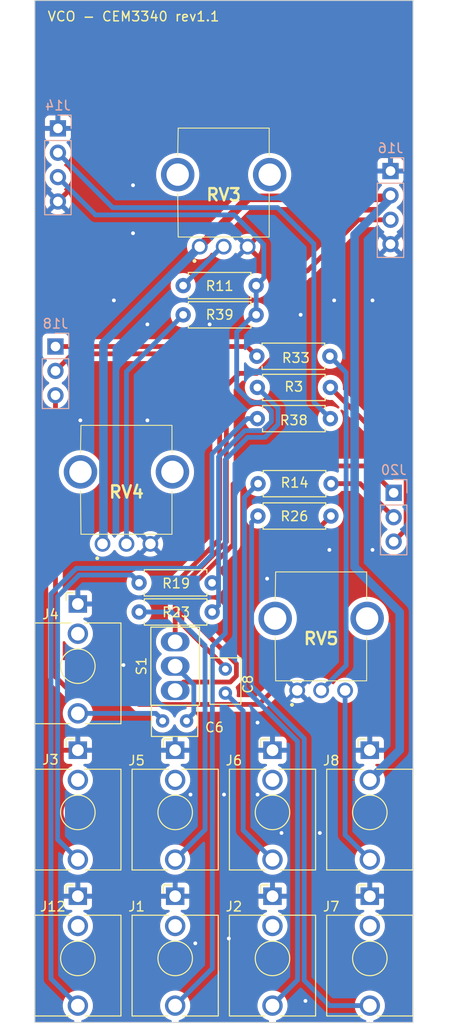
<source format=kicad_pcb>
(kicad_pcb (version 20241229) (generator "pcbnew") (generator_version "9.0")
  (layers (0 "F.Cu" signal) (2 "B.Cu" signal) (13 "F.Paste" user) (15 "B.Paste" user) (5 "F.SilkS" user "F.Silkscreen") (7 "B.SilkS" user "B.Silkscreen") (1 "F.Mask" user) (3 "B.Mask" user) (25 "Edge.Cuts" user))
  (net 0 "")
  (net 1 "Net-(S1-B)")
  (net 2 "/SYNC")
  (net 3 "/LINFM_IN")
  (net 4 "/LINFM")
  (net 6 "/TRI")
  (net 7 "GND")
  (net 9 "/SAW")
  (net 11 "/CV1")
  (net 14 "/CV2")
  (net 17 "/PULSE")
  (net 18 "+5VA")
  (net 19 "/PWM")
  (net 21 "/SIN")
  (net 22 "/SIN_RAW")
  (net 23 "/CV_NODE")
  (net 24 "/PWM_IN")
  (net 25 "/HARD_SYNC")
  (net 26 "/PULSE_RAW")
  (net 27 "/SOFT_SYNC")
  (net 28 "/SAW_RAW")
  (net 29 "/TRI_RAW")
  (net 30 "Net-(R11-Pad1)")
  (net 31 "Net-(R33-Pad1)")
  (net 32 "Net-(R39-Pad1)")
  (footprint "Connector_Audio:Jack_3.5mm_QingPu_WQP-PJ398SM_Vertical_CircularHoles" (layer "F.Cu") (at 50.22 93.376)
    (property "Reference" "J8" (at -4.03 1.08 180) (layer "F.SilkS"))
    (property "Value" "JACK_2P")
    (pad "S" thru_hole rect (at 0 0 180) (size 1.93 1.83) (drill 1.22) (layers "*.Cu" "*.Mask") (net 7 "GND"))
    (pad "T" thru_hole circle (at 0 11.4 180) (size 2.13 2.13) (drill 1.43) (layers "*.Cu" "*.Mask") (net 19 "/PWM"))
    (pad "TN" thru_hole circle (at 0 3.1 180) (size 2.13 2.13) (drill 1.42) (layers "*.Cu" "*.Mask") (net 18 "+5VA"))
    (zone (net 0) (net_name "") (layer "F.Cu") (connect_pads (clearance 0)) (min_thickness 0.254)
      (keepout (tracks not_allowed) (vias not_allowed) (pads not_allowed) (copperpour not_allowed) (footprints not_allowed))
      (fill (thermal_gap 0.508) (thermal_bridge_width 0.508))
      (polygon (pts (xy 51.725141 99.856) (xy 51.70493 99.610171) (xy 51.644841 99.370945) (xy 51.546486 99.144744) (xy 51.412508 98.937645) (xy 51.246504 98.75521) (xy 51.052932 98.602336) (xy 50.836992 98.483131) (xy 50.604482 98.400794) (xy 50.361646 98.357539) (xy 50.115007 98.354525) (xy 49.871187 98.391835) (xy 49.636734 98.468466) (xy 49.417946 98.58236) (xy 49.220697 98.730458) (xy 49.050286 98.908784) (xy 48.911288 99.112548) (xy 48.807436 99.336278) (xy 48.741519 99.573965) (xy 48.715308 99.819226) (xy 48.729507 100.065475) (xy 48.783734 100.306099) (xy 48.876532 100.534634) (xy 49.005411 100.744945) (xy 49.166908 100.931382) (xy 49.356687 101.088939) (xy 49.56965 101.213385) (xy 49.800079 101.301377) (xy 50.041785 101.350553) (xy 50.288278 101.359592) (xy 50.532936 101.32825) (xy 50.769191 101.25737) (xy 50.990697 101.148856) (xy 51.191505 101.005621) (xy 51.366223 100.831512) (xy 51.510158 100.631205) (xy 51.619445 100.410079) (xy 51.691149 100.174074) (xy 51.723344 99.929526)))
    )
  )
  (footprint "Resistor_THT:R_Axial_DIN0207_L6.3mm_D2.5mm_P7.62mm_Horizontal" (layer "F.Cu") (at 26.13 75.934)
    (property "Reference" "R19" (at 3.87 0.066 0) (layer "F.SilkS"))
    (property "Value" "100k")
    (pad "1" thru_hole circle (at 0 0) (size 1.6 1.6) (drill 0.8) (layers "*.Cu" "*.Mask") (net 11 "/CV1"))
    (pad "2" thru_hole circle (at 7.62 0) (size 1.6 1.6) (drill 0.8) (layers "*.Cu" "*.Mask") (net 23 "/CV_NODE"))
  )
  (footprint "Connector_Audio:Jack_3.5mm_QingPu_WQP-PJ398SM_Vertical_CircularHoles" (layer "F.Cu") (at 19.74 78.136)
    (property "Reference" "J4" (at -2.86 1.08 180) (layer "F.SilkS"))
    (property "Value" "JACK_2P")
    (pad "S" thru_hole rect (at 0 0 180) (size 1.93 1.83) (drill 1.22) (layers "*.Cu" "*.Mask") (net 7 "GND"))
    (pad "T" thru_hole circle (at 0 11.4 180) (size 2.13 2.13) (drill 1.43) (layers "*.Cu" "*.Mask") (net 2 "/SYNC"))
    (pad "TN" thru_hole circle (at 0 3.1 180) (size 2.13 2.13) (drill 1.42) (layers "*.Cu" "*.Mask"))
    (zone (net 0) (net_name "") (layer "F.Cu") (connect_pads (clearance 0)) (min_thickness 0.254)
      (keepout (tracks not_allowed) (vias not_allowed) (pads not_allowed) (copperpour not_allowed) (footprints not_allowed))
      (fill (thermal_gap 0.508) (thermal_bridge_width 0.508))
      (polygon (pts (xy 21.245141 84.616) (xy 21.22493 84.370171) (xy 21.164841 84.130945) (xy 21.066486 83.904744) (xy 20.932508 83.697645) (xy 20.766504 83.51521) (xy 20.572932 83.362336) (xy 20.356992 83.243131) (xy 20.124482 83.160794) (xy 19.881646 83.117539) (xy 19.635007 83.114525) (xy 19.391187 83.151835) (xy 19.156734 83.228466) (xy 18.937946 83.34236) (xy 18.740697 83.490458) (xy 18.570286 83.668784) (xy 18.431288 83.872548) (xy 18.327436 84.096278) (xy 18.261519 84.333965) (xy 18.235308 84.579226) (xy 18.249507 84.825475) (xy 18.303734 85.066099) (xy 18.396532 85.294634) (xy 18.525411 85.504945) (xy 18.686908 85.691382) (xy 18.876687 85.848939) (xy 19.08965 85.973385) (xy 19.320079 86.061377) (xy 19.561785 86.110553) (xy 19.808278 86.119592) (xy 20.052936 86.08825) (xy 20.289191 86.01737) (xy 20.510697 85.908856) (xy 20.711505 85.765621) (xy 20.886223 85.591512) (xy 21.030158 85.391205) (xy 21.139445 85.170079) (xy 21.211149 84.934074) (xy 21.243344 84.689526)))
    )
  )
  (footprint "cem-3340:Sub-Miniature SPDT" (layer "F.Cu") (at 29.9 84.616 90)
    (property "Reference" "S1" (at 0.002 -3.52 90) (layer "F.SilkS"))
    (property "Value" "TS-01")
    (pad "1" thru_hole oval (at -2.54 0 270) (size 2 3) (drill 1.522) (layers "*.Cu" "*.Mask") (net 27 "/SOFT_SYNC"))
    (pad "2" thru_hole oval (at 0 0 270) (size 2 3) (drill 1.522) (layers "*.Cu" "*.Mask") (net 1 "Net-(S1-B)"))
    (pad "3" thru_hole oval (at 2.54 0 270) (size 2 3) (drill 1.522) (layers "*.Cu" "*.Mask") (net 25 "/HARD_SYNC"))
  )
  (footprint "cem-3340:Alpha Potentiometer" (layer "F.Cu") (at 22.315 71.871)
    (property "Reference" "RV4" (at 2.5 -5.4 0) (layer "F.SilkS") (effects (font (size 1.27 1.27) (thickness 0.254))))
    (property "Value" "100k" (hide yes))
    (pad "1" thru_hole circle (at 0 0) (size 1.65 1.65) (drill 1.1) (layers "*.Cu" "*.Mask") (net 18 "+5VA"))
    (pad "2" thru_hole circle (at 2.5 0) (size 1.65 1.65) (drill 1.1) (layers "*.Cu" "*.Mask") (net 32 "Net-(R39-Pad1)"))
    (pad "3" thru_hole circle (at 5 0) (size 1.65 1.65) (drill 1.1) (layers "*.Cu" "*.Mask") (net 7 "GND"))
    (pad "MH1" thru_hole circle (at -2.3 -7.5) (size 3.495 3.495) (drill 2.33) (layers "*.Cu" "*.Mask"))
    (pad "MH2" thru_hole circle (at 7.3 -7.5) (size 3.495 3.495) (drill 2.33) (layers "*.Cu" "*.Mask"))
  )
  (footprint "Resistor_THT:R_Axial_DIN0207_L6.3mm_D2.5mm_P7.62mm_Horizontal" (layer "F.Cu") (at 38.555 65.596)
    (property "Reference" "R14" (at 3.81 -0.096 0) (layer "F.SilkS"))
    (property "Value" "1k")
    (pad "1" thru_hole circle (at 0 0) (size 1.6 1.6) (drill 0.8) (layers "*.Cu" "*.Mask") (net 9 "/SAW"))
    (pad "2" thru_hole circle (at 7.62 0) (size 1.6 1.6) (drill 0.8) (layers "*.Cu" "*.Mask") (net 28 "/SAW_RAW"))
  )
  (footprint "Connector_Audio:Jack_3.5mm_QingPu_WQP-PJ398SM_Vertical_CircularHoles" (layer "F.Cu") (at 40.06 93.376)
    (property "Reference" "J6" (at -4.03 1.08 180) (layer "F.SilkS"))
    (property "Value" "JACK_2P")
    (pad "S" thru_hole rect (at 0 0 180) (size 1.93 1.83) (drill 1.22) (layers "*.Cu" "*.Mask") (net 7 "GND"))
    (pad "T" thru_hole circle (at 0 11.4 180) (size 2.13 2.13) (drill 1.43) (layers "*.Cu" "*.Mask") (net 4 "/LINFM"))
    (pad "TN" thru_hole circle (at 0 3.1 180) (size 2.13 2.13) (drill 1.42) (layers "*.Cu" "*.Mask"))
    (zone (net 0) (net_name "") (layer "F.Cu") (connect_pads (clearance 0)) (min_thickness 0.254)
      (keepout (tracks not_allowed) (vias not_allowed) (pads not_allowed) (copperpour not_allowed) (footprints not_allowed))
      (fill (thermal_gap 0.508) (thermal_bridge_width 0.508))
      (polygon (pts (xy 41.565141 99.856) (xy 41.54493 99.610171) (xy 41.484841 99.370945) (xy 41.386486 99.144744) (xy 41.252508 98.937645) (xy 41.086504 98.75521) (xy 40.892932 98.602336) (xy 40.676992 98.483131) (xy 40.444482 98.400794) (xy 40.201646 98.357539) (xy 39.955007 98.354525) (xy 39.711187 98.391835) (xy 39.476734 98.468466) (xy 39.257946 98.58236) (xy 39.060697 98.730458) (xy 38.890286 98.908784) (xy 38.751288 99.112548) (xy 38.647436 99.336278) (xy 38.581519 99.573965) (xy 38.555308 99.819226) (xy 38.569507 100.065475) (xy 38.623734 100.306099) (xy 38.716532 100.534634) (xy 38.845411 100.744945) (xy 39.006908 100.931382) (xy 39.196687 101.088939) (xy 39.40965 101.213385) (xy 39.640079 101.301377) (xy 39.881785 101.350553) (xy 40.128278 101.359592) (xy 40.372936 101.32825) (xy 40.609191 101.25737) (xy 40.830697 101.148856) (xy 41.031505 101.005621) (xy 41.206223 100.831512) (xy 41.350158 100.631205) (xy 41.459445 100.410079) (xy 41.531149 100.174074) (xy 41.563344 99.929526)))
    )
  )
  (footprint "Resistor_THT:R_Axial_DIN0207_L6.3mm_D2.5mm_P7.62mm_Horizontal" (layer "F.Cu") (at 30.734 44.958)
    (property "Reference" "R11" (at 3.81 0.042 0) (layer "F.SilkS"))
    (property "Value" "47k")
    (pad "1" thru_hole circle (at 0 0) (size 1.6 1.6) (drill 0.8) (layers "*.Cu" "*.Mask") (net 30 "Net-(R11-Pad1)"))
    (pad "2" thru_hole circle (at 7.62 0) (size 1.6 1.6) (drill 0.8) (layers "*.Cu" "*.Mask") (net 23 "/CV_NODE"))
  )
  (footprint "Connector_Audio:Jack_3.5mm_QingPu_WQP-PJ398SM_Vertical_CircularHoles" (layer "F.Cu") (at 29.9 108.591)
    (property "Reference" "J1" (at -4.03 1.08 180) (layer "F.SilkS"))
    (property "Value" "JACK_2P")
    (pad "S" thru_hole rect (at 0 0 180) (size 1.93 1.83) (drill 1.22) (layers "*.Cu" "*.Mask") (net 7 "GND"))
    (pad "T" thru_hole circle (at 0 11.4 180) (size 2.13 2.13) (drill 1.43) (layers "*.Cu" "*.Mask") (net 6 "/TRI"))
    (pad "TN" thru_hole circle (at 0 3.1 180) (size 2.13 2.13) (drill 1.42) (layers "*.Cu" "*.Mask"))
    (zone (net 0) (net_name "") (layer "F.Cu") (connect_pads (clearance 0)) (min_thickness 0.254)
      (keepout (tracks not_allowed) (vias not_allowed) (pads not_allowed) (copperpour not_allowed) (footprints not_allowed))
      (fill (thermal_gap 0.508) (thermal_bridge_width 0.508))
      (polygon (pts (xy 31.405141 115.071) (xy 31.38493 114.825171) (xy 31.324841 114.585945) (xy 31.226486 114.359744) (xy 31.092508 114.152645) (xy 30.926504 113.97021) (xy 30.732932 113.817336) (xy 30.516992 113.698131) (xy 30.284482 113.615794) (xy 30.041646 113.572539) (xy 29.795007 113.569525) (xy 29.551187 113.606835) (xy 29.316734 113.683466) (xy 29.097946 113.79736) (xy 28.900697 113.945458) (xy 28.730286 114.123784) (xy 28.591288 114.327548) (xy 28.487436 114.551278) (xy 28.421519 114.788965) (xy 28.395308 115.034226) (xy 28.409507 115.280475) (xy 28.463734 115.521099) (xy 28.556532 115.749634) (xy 28.685411 115.959945) (xy 28.846908 116.146382) (xy 29.036687 116.303939) (xy 29.24965 116.428385) (xy 29.480079 116.516377) (xy 29.721785 116.565553) (xy 29.968278 116.574592) (xy 30.212936 116.54325) (xy 30.449191 116.47237) (xy 30.670697 116.363856) (xy 30.871505 116.220621) (xy 31.046223 116.046512) (xy 31.190158 115.846205) (xy 31.299445 115.625079) (xy 31.371149 115.389074) (xy 31.403344 115.144526)))
    )
  )
  (footprint "cem-3340:Alpha Potentiometer" (layer "F.Cu") (at 32.465 40.896)
    (property "Reference" "RV3" (at 2.5 -5.4 0) (layer "F.SilkS") (effects (font (size 1.27 1.27) (thickness 0.254))))
    (property "Value" "10k" (hide yes))
    (pad "1" thru_hole circle (at 0 0) (size 1.65 1.65) (drill 1.1) (layers "*.Cu" "*.Mask") (net 18 "+5VA"))
    (pad "2" thru_hole circle (at 2.5 0) (size 1.65 1.65) (drill 1.1) (layers "*.Cu" "*.Mask") (net 30 "Net-(R11-Pad1)"))
    (pad "3" thru_hole circle (at 5 0) (size 1.65 1.65) (drill 1.1) (layers "*.Cu" "*.Mask") (net 7 "GND"))
    (pad "MH1" thru_hole circle (at -2.3 -7.5) (size 3.495 3.495) (drill 2.33) (layers "*.Cu" "*.Mask"))
    (pad "MH2" thru_hole circle (at 7.3 -7.5) (size 3.495 3.495) (drill 2.33) (layers "*.Cu" "*.Mask"))
  )
  (footprint "cem-3340:Alpha Potentiometer" (layer "F.Cu") (at 42.64 87.146)
    (property "Reference" "RV5" (at 2.5 -5.4 0) (layer "F.SilkS") (effects (font (size 1.27 1.27) (thickness 0.254))))
    (property "Value" "100k" (hide yes))
    (pad "1" thru_hole circle (at 0 0) (size 1.65 1.65) (drill 1.1) (layers "*.Cu" "*.Mask") (net 7 "GND"))
    (pad "2" thru_hole circle (at 2.5 0) (size 1.65 1.65) (drill 1.1) (layers "*.Cu" "*.Mask") (net 31 "Net-(R33-Pad1)"))
    (pad "3" thru_hole circle (at 5 0) (size 1.65 1.65) (drill 1.1) (layers "*.Cu" "*.Mask") (net 19 "/PWM"))
    (pad "MH1" thru_hole circle (at -2.3 -7.5) (size 3.495 3.495) (drill 2.33) (layers "*.Cu" "*.Mask"))
    (pad "MH2" thru_hole circle (at 7.3 -7.5) (size 3.495 3.495) (drill 2.33) (layers "*.Cu" "*.Mask"))
  )
  (footprint "Connector_Audio:Jack_3.5mm_QingPu_WQP-PJ398SM_Vertical_CircularHoles" (layer "F.Cu") (at 19.74 108.591)
    (property "Reference" "J12" (at -2.61 1.08 180) (layer "F.SilkS"))
    (property "Value" "JACK_2P")
    (pad "S" thru_hole rect (at 0 0 180) (size 1.93 1.83) (drill 1.22) (layers "*.Cu" "*.Mask") (net 7 "GND"))
    (pad "T" thru_hole circle (at 0 11.4 180) (size 2.13 2.13) (drill 1.43) (layers "*.Cu" "*.Mask") (net 21 "/SIN"))
    (pad "TN" thru_hole circle (at 0 3.1 180) (size 2.13 2.13) (drill 1.42) (layers "*.Cu" "*.Mask"))
    (zone (net 0) (net_name "") (layer "F.Cu") (connect_pads (clearance 0)) (min_thickness 0.254)
      (keepout (tracks not_allowed) (vias not_allowed) (pads not_allowed) (copperpour not_allowed) (footprints not_allowed))
      (fill (thermal_gap 0.508) (thermal_bridge_width 0.508))
      (polygon (pts (xy 21.245141 115.071) (xy 21.22493 114.825171) (xy 21.164841 114.585945) (xy 21.066486 114.359744) (xy 20.932508 114.152645) (xy 20.766504 113.97021) (xy 20.572932 113.817336) (xy 20.356992 113.698131) (xy 20.124482 113.615794) (xy 19.881646 113.572539) (xy 19.635007 113.569525) (xy 19.391187 113.606835) (xy 19.156734 113.683466) (xy 18.937946 113.79736) (xy 18.740697 113.945458) (xy 18.570286 114.123784) (xy 18.431288 114.327548) (xy 18.327436 114.551278) (xy 18.261519 114.788965) (xy 18.235308 115.034226) (xy 18.249507 115.280475) (xy 18.303734 115.521099) (xy 18.396532 115.749634) (xy 18.525411 115.959945) (xy 18.686908 116.146382) (xy 18.876687 116.303939) (xy 19.08965 116.428385) (xy 19.320079 116.516377) (xy 19.561785 116.565553) (xy 19.808278 116.574592) (xy 20.052936 116.54325) (xy 20.289191 116.47237) (xy 20.510697 116.363856) (xy 20.711505 116.220621) (xy 20.886223 116.046512) (xy 21.030158 115.846205) (xy 21.139445 115.625079) (xy 21.211149 115.389074) (xy 21.243344 115.144526)))
    )
  )
  (footprint "Connector_Audio:Jack_3.5mm_QingPu_WQP-PJ398SM_Vertical_CircularHoles" (layer "F.Cu") (at 40.06 108.591)
    (property "Reference" "J2" (at -4.03 1.08 180) (layer "F.SilkS"))
    (property "Value" "JACK_2P")
    (pad "S" thru_hole rect (at 0 0 180) (size 1.93 1.83) (drill 1.22) (layers "*.Cu" "*.Mask") (net 7 "GND"))
    (pad "T" thru_hole circle (at 0 11.4 180) (size 2.13 2.13) (drill 1.43) (layers "*.Cu" "*.Mask") (net 9 "/SAW"))
    (pad "TN" thru_hole circle (at 0 3.1 180) (size 2.13 2.13) (drill 1.42) (layers "*.Cu" "*.Mask"))
    (zone (net 0) (net_name "") (layer "F.Cu") (connect_pads (clearance 0)) (min_thickness 0.254)
      (keepout (tracks not_allowed) (vias not_allowed) (pads not_allowed) (copperpour not_allowed) (footprints not_allowed))
      (fill (thermal_gap 0.508) (thermal_bridge_width 0.508))
      (polygon (pts (xy 41.565141 115.071) (xy 41.54493 114.825171) (xy 41.484841 114.585945) (xy 41.386486 114.359744) (xy 41.252508 114.152645) (xy 41.086504 113.97021) (xy 40.892932 113.817336) (xy 40.676992 113.698131) (xy 40.444482 113.615794) (xy 40.201646 113.572539) (xy 39.955007 113.569525) (xy 39.711187 113.606835) (xy 39.476734 113.683466) (xy 39.257946 113.79736) (xy 39.060697 113.945458) (xy 38.890286 114.123784) (xy 38.751288 114.327548) (xy 38.647436 114.551278) (xy 38.581519 114.788965) (xy 38.555308 115.034226) (xy 38.569507 115.280475) (xy 38.623734 115.521099) (xy 38.716532 115.749634) (xy 38.845411 115.959945) (xy 39.006908 116.146382) (xy 39.196687 116.303939) (xy 39.40965 116.428385) (xy 39.640079 116.516377) (xy 39.881785 116.565553) (xy 40.128278 116.574592) (xy 40.372936 116.54325) (xy 40.609191 116.47237) (xy 40.830697 116.363856) (xy 41.031505 116.220621) (xy 41.206223 116.046512) (xy 41.350158 115.846205) (xy 41.459445 115.625079) (xy 41.531149 115.389074) (xy 41.563344 115.144526)))
    )
  )
  (footprint "Connector_Audio:Jack_3.5mm_QingPu_WQP-PJ398SM_Vertical_CircularHoles" (layer "F.Cu") (at 19.74 93.376)
    (property "Reference" "J3" (at -2.86 0.988 0) (layer "F.SilkS"))
    (property "Value" "JACK_2P")
    (pad "S" thru_hole rect (at 0 0 180) (size 1.93 1.83) (drill 1.22) (layers "*.Cu" "*.Mask") (net 7 "GND"))
    (pad "T" thru_hole circle (at 0 11.4 180) (size 2.13 2.13) (drill 1.43) (layers "*.Cu" "*.Mask") (net 11 "/CV1"))
    (pad "TN" thru_hole circle (at 0 3.1 180) (size 2.13 2.13) (drill 1.42) (layers "*.Cu" "*.Mask"))
    (zone (net 0) (net_name "") (layer "F.Cu") (connect_pads (clearance 0)) (min_thickness 0.254)
      (keepout (tracks not_allowed) (vias not_allowed) (pads not_allowed) (copperpour not_allowed) (footprints not_allowed))
      (fill (thermal_gap 0.508) (thermal_bridge_width 0.508))
      (polygon (pts (xy 21.245141 99.856) (xy 21.22493 99.610171) (xy 21.164841 99.370945) (xy 21.066486 99.144744) (xy 20.932508 98.937645) (xy 20.766504 98.75521) (xy 20.572932 98.602336) (xy 20.356992 98.483131) (xy 20.124482 98.400794) (xy 19.881646 98.357539) (xy 19.635007 98.354525) (xy 19.391187 98.391835) (xy 19.156734 98.468466) (xy 18.937946 98.58236) (xy 18.740697 98.730458) (xy 18.570286 98.908784) (xy 18.431288 99.112548) (xy 18.327436 99.336278) (xy 18.261519 99.573965) (xy 18.235308 99.819226) (xy 18.249507 100.065475) (xy 18.303734 100.306099) (xy 18.396532 100.534634) (xy 18.525411 100.744945) (xy 18.686908 100.931382) (xy 18.876687 101.088939) (xy 19.08965 101.213385) (xy 19.320079 101.301377) (xy 19.561785 101.350553) (xy 19.808278 101.359592) (xy 20.052936 101.32825) (xy 20.289191 101.25737) (xy 20.510697 101.148856) (xy 20.711505 101.005621) (xy 20.886223 100.831512) (xy 21.030158 100.631205) (xy 21.139445 100.410079) (xy 21.211149 100.174074) (xy 21.243344 99.929526)))
    )
  )
  (footprint "Resistor_THT:R_Axial_DIN0207_L6.3mm_D2.5mm_P7.62mm_Horizontal" (layer "F.Cu") (at 38.48 55.571)
    (property "Reference" "R3" (at 3.81 -0.071 0) (layer "F.SilkS"))
    (property "Value" "1k")
    (pad "1" thru_hole circle (at 0 0) (size 1.6 1.6) (drill 0.8) (layers "*.Cu" "*.Mask") (net 6 "/TRI"))
    (pad "2" thru_hole circle (at 7.62 0) (size 1.6 1.6) (drill 0.8) (layers "*.Cu" "*.Mask") (net 29 "/TRI_RAW"))
  )
  (footprint "Capacitor_THT:C_Rect_L4.6mm_W3.0mm_P2.50mm_MKS02_FKP02" (layer "F.Cu") (at 28.59 90.324)
    (property "Reference" "C6" (at 5.41 0.676 0) (layer "F.SilkS"))
    (property "Value" "10n")
    (pad "1" thru_hole circle (at 0 0) (size 1.4 1.4) (drill 0.7) (layers "*.Cu" "*.Mask") (net 2 "/SYNC"))
    (pad "2" thru_hole circle (at 2.5 0) (size 1.4 1.4) (drill 0.7) (layers "*.Cu" "*.Mask") (net 1 "Net-(S1-B)"))
  )
  (footprint "Resistor_THT:R_Axial_DIN0207_L6.3mm_D2.5mm_P7.62mm_Horizontal" (layer "F.Cu") (at 38.54 68.971)
    (property "Reference" "R26" (at 3.81 0.029 0) (layer "F.SilkS"))
    (property "Value" "1k")
    (pad "1" thru_hole circle (at 0 0) (size 1.6 1.6) (drill 0.8) (layers "*.Cu" "*.Mask") (net 17 "/PULSE"))
    (pad "2" thru_hole circle (at 7.62 0) (size 1.6 1.6) (drill 0.8) (layers "*.Cu" "*.Mask") (net 26 "/PULSE_RAW"))
  )
  (footprint "Connector_Audio:Jack_3.5mm_QingPu_WQP-PJ398SM_Vertical_CircularHoles" (layer "F.Cu") (at 29.9 93.376)
    (property "Reference" "J5" (at -4.03 1.08 180) (layer "F.SilkS"))
    (property "Value" "JACK_2P")
    (pad "S" thru_hole rect (at 0 0 180) (size 1.93 1.83) (drill 1.22) (layers "*.Cu" "*.Mask") (net 7 "GND"))
    (pad "T" thru_hole circle (at 0 11.4 180) (size 2.13 2.13) (drill 1.43) (layers "*.Cu" "*.Mask") (net 14 "/CV2"))
    (pad "TN" thru_hole circle (at 0 3.1 180) (size 2.13 2.13) (drill 1.42) (layers "*.Cu" "*.Mask"))
    (zone (net 0) (net_name "") (layer "F.Cu") (connect_pads (clearance 0)) (min_thickness 0.254)
      (keepout (tracks not_allowed) (vias not_allowed) (pads not_allowed) (copperpour not_allowed) (footprints not_allowed))
      (fill (thermal_gap 0.508) (thermal_bridge_width 0.508))
      (polygon (pts (xy 31.405141 99.856) (xy 31.38493 99.610171) (xy 31.324841 99.370945) (xy 31.226486 99.144744) (xy 31.092508 98.937645) (xy 30.926504 98.75521) (xy 30.732932 98.602336) (xy 30.516992 98.483131) (xy 30.284482 98.400794) (xy 30.041646 98.357539) (xy 29.795007 98.354525) (xy 29.551187 98.391835) (xy 29.316734 98.468466) (xy 29.097946 98.58236) (xy 28.900697 98.730458) (xy 28.730286 98.908784) (xy 28.591288 99.112548) (xy 28.487436 99.336278) (xy 28.421519 99.573965) (xy 28.395308 99.819226) (xy 28.409507 100.065475) (xy 28.463734 100.306099) (xy 28.556532 100.534634) (xy 28.685411 100.744945) (xy 28.846908 100.931382) (xy 29.036687 101.088939) (xy 29.24965 101.213385) (xy 29.480079 101.301377) (xy 29.721785 101.350553) (xy 29.968278 101.359592) (xy 30.212936 101.32825) (xy 30.449191 101.25737) (xy 30.670697 101.148856) (xy 30.871505 101.005621) (xy 31.046223 100.831512) (xy 31.190158 100.631205) (xy 31.299445 100.410079) (xy 31.371149 100.174074) (xy 31.403344 99.929526)))
    )
  )
  (footprint "Capacitor_THT:C_Rect_L4.6mm_W3.0mm_P2.50mm_MKS02_FKP02" (layer "F.Cu") (at 35.14 87.421 90)
    (property "Reference" "C8" (at 0.921 2.36 270) (layer "F.SilkS"))
    (property "Value" "10n")
    (pad "1" thru_hole circle (at 0 0 90) (size 1.4 1.4) (drill 0.7) (layers "*.Cu" "*.Mask") (net 4 "/LINFM"))
    (pad "2" thru_hole circle (at 2.5 0 90) (size 1.4 1.4) (drill 0.7) (layers "*.Cu" "*.Mask") (net 3 "/LINFM_IN"))
  )
  (footprint "Resistor_THT:R_Axial_DIN0207_L6.3mm_D2.5mm_P7.62mm_Horizontal" (layer "F.Cu") (at 26.14 78.971)
    (property "Reference" "R23" (at 3.86 0.029 0) (layer "F.SilkS"))
    (property "Value" "100k")
    (pad "1" thru_hole circle (at 0 0) (size 1.6 1.6) (drill 0.8) (layers "*.Cu" "*.Mask") (net 14 "/CV2"))
    (pad "2" thru_hole circle (at 7.62 0) (size 1.6 1.6) (drill 0.8) (layers "*.Cu" "*.Mask") (net 23 "/CV_NODE"))
  )
  (footprint "Resistor_THT:R_Axial_DIN0207_L6.3mm_D2.5mm_P7.62mm_Horizontal" (layer "F.Cu") (at 30.734 48.006)
    (property "Reference" "R39" (at 3.81 -0.006 0) (layer "F.SilkS"))
    (property "Value" "1.5M")
    (pad "1" thru_hole circle (at 0 0) (size 1.6 1.6) (drill 0.8) (layers "*.Cu" "*.Mask") (net 32 "Net-(R39-Pad1)"))
    (pad "2" thru_hole circle (at 7.62 0) (size 1.6 1.6) (drill 0.8) (layers "*.Cu" "*.Mask") (net 23 "/CV_NODE"))
  )
  (footprint "Resistor_THT:R_Axial_DIN0207_L6.3mm_D2.5mm_P7.62mm_Horizontal" (layer "F.Cu") (at 38.48 58.821)
    (property "Reference" "R38" (at 3.81 0.179 0) (layer "F.SilkS"))
    (property "Value" "1k")
    (pad "1" thru_hole circle (at 0 0) (size 1.6 1.6) (drill 0.8) (layers "*.Cu" "*.Mask") (net 21 "/SIN"))
    (pad "2" thru_hole circle (at 7.62 0) (size 1.6 1.6) (drill 0.8) (layers "*.Cu" "*.Mask") (net 22 "/SIN_RAW"))
  )
  (footprint "Connector_Audio:Jack_3.5mm_QingPu_WQP-PJ398SM_Vertical_CircularHoles" (layer "F.Cu") (at 50.22 108.591)
    (property "Reference" "J7" (at -4.03 1.08 180) (layer "F.SilkS"))
    (property "Value" "JACK_2P")
    (pad "S" thru_hole rect (at 0 0 180) (size 1.93 1.83) (drill 1.22) (layers "*.Cu" "*.Mask") (net 7 "GND"))
    (pad "T" thru_hole circle (at 0 11.4 180) (size 2.13 2.13) (drill 1.43) (layers "*.Cu" "*.Mask") (net 17 "/PULSE"))
    (pad "TN" thru_hole circle (at 0 3.1 180) (size 2.13 2.13) (drill 1.42) (layers "*.Cu" "*.Mask"))
    (zone (net 0) (net_name "") (layer "F.Cu") (connect_pads (clearance 0)) (min_thickness 0.254)
      (keepout (tracks not_allowed) (vias not_allowed) (pads not_allowed) (copperpour not_allowed) (footprints not_allowed))
      (fill (thermal_gap 0.508) (thermal_bridge_width 0.508))
      (polygon (pts (xy 51.725141 115.071) (xy 51.70493 114.825171) (xy 51.644841 114.585945) (xy 51.546486 114.359744) (xy 51.412508 114.152645) (xy 51.246504 113.97021) (xy 51.052932 113.817336) (xy 50.836992 113.698131) (xy 50.604482 113.615794) (xy 50.361646 113.572539) (xy 50.115007 113.569525) (xy 49.871187 113.606835) (xy 49.636734 113.683466) (xy 49.417946 113.79736) (xy 49.220697 113.945458) (xy 49.050286 114.123784) (xy 48.911288 114.327548) (xy 48.807436 114.551278) (xy 48.741519 114.788965) (xy 48.715308 115.034226) (xy 48.729507 115.280475) (xy 48.783734 115.521099) (xy 48.876532 115.749634) (xy 49.005411 115.959945) (xy 49.166908 116.146382) (xy 49.356687 116.303939) (xy 49.56965 116.428385) (xy 49.800079 116.516377) (xy 50.041785 116.565553) (xy 50.288278 116.574592) (xy 50.532936 116.54325) (xy 50.769191 116.47237) (xy 50.990697 116.363856) (xy 51.191505 116.220621) (xy 51.366223 116.046512) (xy 51.510158 115.846205) (xy 51.619445 115.625079) (xy 51.691149 115.389074) (xy 51.723344 115.144526)))
    )
  )
  (footprint "Resistor_THT:R_Axial_DIN0207_L6.3mm_D2.5mm_P7.62mm_Horizontal" (layer "F.Cu") (at 46.05 52.321 180)
    (property "Reference" "R33" (at 3.55 -0.179 180) (layer "F.SilkS"))
    (property "Value" "100k")
    (pad "1" thru_hole circle (at 0 0 180) (size 1.6 1.6) (drill 0.8) (layers "*.Cu" "*.Mask") (net 31 "Net-(R33-Pad1)"))
    (pad "2" thru_hole circle (at 7.62 0 180) (size 1.6 1.6) (drill 0.8) (layers "*.Cu" "*.Mask") (net 24 "/PWM_IN"))
  )
  (footprint "Connector_PinHeader_2.54mm:PinHeader_1x04_P2.54mm_Vertical" (layer "B.Cu") (at 17.658 28.574 180)
    (property "Reference" "J14" (at 0 2.38 0) (layer "B.SilkS") (effects (justify mirror)))
    (property "Value" "Top Left(M)")
    (pad "1" thru_hole rect (at 0 0 180) (size 1.7 1.7) (drill 1) (layers "*.Cu" "*.Mask") (net 7 "GND"))
    (pad "2" thru_hole circle (at 0 -2.54 180) (size 1.7 1.7) (drill 1) (layers "*.Cu" "*.Mask") (net 22 "/SIN_RAW"))
    (pad "3" thru_hole circle (at 0 -5.08 180) (size 1.7 1.7) (drill 1) (layers "*.Cu" "*.Mask") (net 23 "/CV_NODE"))
    (pad "4" thru_hole circle (at 0 -7.62 180) (size 1.7 1.7) (drill 1) (layers "*.Cu" "*.Mask") (net 7 "GND"))
  )
  (footprint "Connector_PinHeader_2.54mm:PinHeader_1x03_P2.54mm_Vertical" (layer "B.Cu") (at 52.71 66.554 180)
    (property "Reference" "J20" (at 0 2.38 0) (layer "B.SilkS") (effects (justify mirror)))
    (property "Value" "Bottom Right(M)")
    (pad "1" thru_hole rect (at 0 0 180) (size 1.7 1.7) (drill 1) (layers "*.Cu" "*.Mask") (net 27 "/SOFT_SYNC"))
    (pad "2" thru_hole circle (at 0 -2.54 180) (size 1.7 1.7) (drill 1) (layers "*.Cu" "*.Mask") (net 28 "/SAW_RAW"))
    (pad "3" thru_hole circle (at 0 -5.08 180) (size 1.7 1.7) (drill 1) (layers "*.Cu" "*.Mask") (net 29 "/TRI_RAW"))
  )
  (footprint "Connector_PinHeader_2.54mm:PinHeader_1x03_P2.54mm_Vertical" (layer "B.Cu") (at 17.404 51.308 180)
    (property "Reference" "J18" (at 0 2.38 0) (layer "B.SilkS") (effects (justify mirror)))
    (property "Value" "Bottom Left(M)")
    (pad "1" thru_hole rect (at 0 0 180) (size 1.7 1.7) (drill 1) (layers "*.Cu" "*.Mask") (net 24 "/PWM_IN"))
    (pad "2" thru_hole circle (at 0 -2.54 180) (size 1.7 1.7) (drill 1) (layers "*.Cu" "*.Mask") (net 25 "/HARD_SYNC"))
    (pad "3" thru_hole circle (at 0 -5.08 180) (size 1.7 1.7) (drill 1) (layers "*.Cu" "*.Mask") (net 26 "/PULSE_RAW"))
  )
  (footprint "Connector_PinHeader_2.54mm:PinHeader_1x04_P2.54mm_Vertical" (layer "B.Cu") (at 52.38 33.02 180)
    (property "Reference" "J16" (at 0 2.38 0) (layer "B.SilkS") (effects (justify mirror)))
    (property "Value" "Top Right (M)")
    (pad "1" thru_hole rect (at 0 0 180) (size 1.7 1.7) (drill 1) (layers "*.Cu" "*.Mask") (net 7 "GND"))
    (pad "2" thru_hole circle (at 0 -2.54 180) (size 1.7 1.7) (drill 1) (layers "*.Cu" "*.Mask") (net 18 "+5VA"))
    (pad "3" thru_hole circle (at 0 -5.08 180) (size 1.7 1.7) (drill 1) (layers "*.Cu" "*.Mask") (net 3 "/LINFM_IN"))
    (pad "4" thru_hole circle (at 0 -7.62 180) (size 1.7 1.7) (drill 1) (layers "*.Cu" "*.Mask") (net 7 "GND"))
  )
  (gr_rect (start 15.24 15.246) (end 54.74 121.746) (stroke (width 0.1)) (fill no) (layer "Edge.Cuts"))
  (gr_text "VCO - CEM3340 rev1.1" (at 16.5 17.5 0) (layer "F.SilkS") (effects (font (size 1 1)) (justify left bottom)))
  (segment (start 29.90993 84.616) (end 31.84952 86.55559) (width 0.5) (layer "B.Cu") (net 1))
  (segment (start 31.84952 86.55559) (end 31.84952 89.48648) (width 0.5) (layer "B.Cu") (net 1))
  (segment (start 31.84952 89.48648) (end 31.09 90.246) (width 0.5) (layer "B.Cu") (net 1))
  (segment (start 29.9 84.616) (end 29.90993 84.616) (width 0.5) (layer "B.Cu") (net 1))
  (segment (start 27.88 89.536) (end 28.59 90.246) (width 0.5) (layer "B.Cu") (net 2))
  (segment (start 19.74 89.536) (end 27.88 89.536) (width 0.5) (layer "B.Cu") (net 2))
  (segment (start 36.576 54.102) (end 38.416076 54.102) (width 0.5) (layer "F.Cu") (net 3))
  (segment (start 41.5 51.018076) (end 41.5 45.5) (width 0.5) (layer "F.Cu") (net 3))
  (segment (start 41.5 45.5) (end 43.566 43.434) (width 0.5) (layer "F.Cu") (net 3))
  (segment (start 35.14 84.76607) (end 30.59952 80.22559) (width 0.5) (layer "F.Cu") (net 3))
  (segment (start 35.24352 71.66375) (end 35.24352 55.43448) (width 0.5) (layer "F.Cu") (net 3))
  (segment (start 49.016 38.106) (end 52.71 38.106) (width 0.5) (layer "F.Cu") (net 3))
  (segment (start 30.59952 76.30775) (end 35.24352 71.66375) (width 0.5) (layer "F.Cu") (net 3))
  (segment (start 38.416076 54.102) (end 41.5 51.018076) (width 0.5) (layer "F.Cu") (net 3))
  (segment (start 35.14 84.921) (end 35.14 84.76607) (width 0.5) (layer "F.Cu") (net 3))
  (segment (start 30.59952 80.22559) (end 30.59952 76.30775) (width 0.5) (layer "F.Cu") (net 3))
  (segment (start 43.566 43.434) (end 43.688 43.434) (width 0.5) (layer "F.Cu") (net 3))
  (segment (start 43.688 43.434) (end 49.016 38.106) (width 0.5) (layer "F.Cu") (net 3))
  (segment (start 35.24352 55.43448) (end 36.576 54.102) (width 0.5) (layer "F.Cu") (net 3))
  (segment (start 37 101.716) (end 40.06 104.776) (width 0.5) (layer "B.Cu") (net 4))
  (segment (start 37 89.281) (end 37 101.716) (width 0.5) (layer "B.Cu") (net 4))
  (segment (start 35.14 87.421) (end 37 89.281) (width 0.5) (layer "B.Cu") (net 4))
  (segment (start 39.287315 60.770031) (end 40.639999 59.417347) (width 0.5) (layer "B.Cu") (net 6))
  (segment (start 33.782 116.109) (end 33.782 82.55) (width 0.5) (layer "B.Cu") (net 6))
  (segment (start 37.463239 60.770031) (end 39.287315 60.770031) (width 0.5) (layer "B.Cu") (net 6))
  (segment (start 35.13 63.10327) (end 37.463239 60.770031) (width 0.5) (layer "B.Cu") (net 6))
  (segment (start 29.9 119.991) (end 33.782 116.109) (width 0.5) (layer "B.Cu") (net 6))
  (segment (start 33.782 82.55) (end 35.13 81.202) (width 0.5) (layer "B.Cu") (net 6))
  (segment (start 35.13 81.202) (end 35.13 63.10327) (width 0.5) (layer "B.Cu") (net 6))
  (segment (start 40.639999 59.417347) (end 40.64 57.731) (width 0.5) (layer "B.Cu") (net 6))
  (segment (start 40.64 57.731) (end 38.48 55.571) (width 0.5) (layer "B.Cu") (net 6))
  (segment (start 37.465 40.767) (end 37.465 40.896) (width 0.89) (layer "F.Cu") (net 7))
  (via (at 24.5 84.5) (size 0.8) (drill 0.4) (layers "F.Cu" "B.Cu") (net 7))
  (via (at 20 59) (size 0.8) (drill 0.4) (layers "F.Cu" "B.Cu") (net 7))
  (via (at 43 48) (size 0.8) (drill 0.4) (layers "F.Cu" "B.Cu") (net 7))
  (via (at 50.5 72.5) (size 0.8) (drill 0.4) (layers "F.Cu" "B.Cu") (net 7))
  (via (at 33.5 49) (size 0.8) (drill 0.4) (layers "F.Cu" "B.Cu") (net 7))
  (via (at 45 102) (size 0.8) (drill 0.4) (layers "F.Cu" "B.Cu") (net 7))
  (via (at 25.5 34.5) (size 0.8) (drill 0.4) (layers "F.Cu" "B.Cu") (net 7))
  (via (at 38.5 90.5) (size 0.8) (drill 0.4) (layers "F.Cu" "B.Cu") (net 7))
  (via (at 27 49) (size 0.8) (drill 0.4) (layers "F.Cu" "B.Cu") (net 7))
  (via (at 35 98) (size 0.8) (drill 0.4) (layers "F.Cu" "B.Cu") (net 7))
  (via (at 35.5 113) (size 0.8) (drill 0.4) (layers "F.Cu" "B.Cu") (net 7))
  (via (at 25.5 39.5) (size 0.8) (drill 0.4) (layers "F.Cu" "B.Cu") (net 7))
  (via (at 27 59) (size 0.8) (drill 0.4) (layers "F.Cu" "B.Cu") (net 7))
  (via (at 23.5 46.5) (size 0.8) (drill 0.4) (layers "F.Cu" "B.Cu") (net 7))
  (via (at 43.5 119.5) (size 0.8) (drill 0.4) (layers "F.Cu" "B.Cu") (net 7))
  (via (at 38.5 98) (size 0.8) (drill 0.4) (layers "F.Cu" "B.Cu") (net 7))
  (via (at 39.5 75.5) (size 0.8) (drill 0.4) (layers "F.Cu" "B.Cu") (net 7))
  (via (at 46.5 46.5) (size 0.8) (drill 0.4) (layers "F.Cu" "B.Cu") (net 7))
  (via (at 50.5 46.5) (size 0.8) (drill 0.4) (layers "F.Cu" "B.Cu") (net 7))
  (via (at 41 102) (size 0.8) (drill 0.4) (layers "F.Cu" "B.Cu") (net 7))
  (via (at 32 113.5) (size 0.8) (drill 0.4) (layers "F.Cu" "B.Cu") (net 7))
  (via (at 31.5 98) (size 0.8) (drill 0.4) (layers "F.Cu" "B.Cu") (net 7))
  (via (at 46 72.5) (size 0.8) (drill 0.4) (layers "F.Cu" "B.Cu") (net 7))
  (segment (start 40.06 119.934) (end 42.672 117.322) (width 0.5) (layer "B.Cu") (net 9))
  (segment (start 37.13 67.01275) (end 38.54675 65.596) (width 0.5) (layer "B.Cu") (net 9))
  (segment (start 40.06 119.991) (end 40.06 119.934) (width 0.5) (layer "B.Cu") (net 9))
  (segment (start 42.672 92.456) (end 37.13 86.914) (width 0.5) (layer "B.Cu") (net 9))
  (segment (start 38.54675 65.596) (end 38.555 65.596) (width 0.5) (layer "B.Cu") (net 9))
  (segment (start 42.672 117.322) (end 42.672 92.456) (width 0.5) (layer "B.Cu") (net 9))
  (segment (start 37.13 86.914) (end 37.13 67.01275) (width 0.5) (layer "B.Cu") (net 9))
  (segment (start 17.63 102.666) (end 19.74 104.776) (width 0.5) (layer "B.Cu") (net 11))
  (segment (start 26.14 75.896) (end 25.36552 75.12152) (width 0.5) (layer "B.Cu") (net 11))
  (segment (start 19.87248 75.12152) (end 17.63 77.364) (width 0.5) (layer "B.Cu") (net 11))
  (segment (start 25.36552 75.12152) (end 19.87248 75.12152) (width 0.5) (layer "B.Cu") (net 11))
  (segment (start 17.63 77.364) (end 17.63 102.666) (width 0.5) (layer "B.Cu") (net 11))
  (segment (start 33.02 101.656) (end 33.02 82.471035) (width 0.5) (layer "B.Cu") (net 14))
  (segment (start 33.02 82.471035) (end 29.519965 78.971) (width 0.5) (layer "B.Cu") (net 14))
  (segment (start 29.519965 78.971) (end 26.14 78.971) (width 0.5) (layer "B.Cu") (net 14))
  (segment (start 29.9 104.776) (end 33.02 101.656) (width 0.5) (layer "B.Cu") (net 14))
  (segment (start 46.007 119.991) (end 43.37152 117.35552) (width 0.5) (layer "B.Cu") (net 17))
  (segment (start 43.37152 117.35552) (end 43.37152 92.16625) (width 0.5) (layer "B.Cu") (net 17))
  (segment (start 37.88 69.631) (end 38.54 68.971) (width 0.5) (layer "B.Cu") (net 17))
  (segment (start 43.37152 92.16625) (end 37.88 86.67473) (width 0.5) (layer "B.Cu") (net 17))
  (segment (start 37.88 86.67473) (end 37.88 69.631) (width 0.5) (layer "B.Cu") (net 17))
  (segment (start 50.22 119.991) (end 46.007 119.991) (width 0.5) (layer "B.Cu") (net 17))
  (segment (start 52.487989 35.788011) (end 52.462 35.814) (width 0.89) (layer "F.Cu") (net 18))
  (segment (start 52.462 35.814) (end 37.547 35.814) (width 0.89) (layer "F.Cu") (net 18))
  (segment (start 37.547 35.814) (end 32.465 40.896) (width 0.89) (layer "F.Cu") (net 18))
  (segment (start 48.63 53.635958) (end 48.637509 53.643467) (width 0.89) (layer "B.Cu") (net 18))
  (segment (start 53.34 78.994) (end 53.34 93.356) (width 0.89) (layer "B.Cu") (net 18))
  (segment (start 52.71 35.566) (end 48.63 39.646) (width 0.89) (layer "B.Cu") (net 18))
  (segment (start 48.63 39.646) (end 48.63 53.635958) (width 0.89) (layer "B.Cu") (net 18))
  (segment (start 22.4085 50.9525) (end 22.4085 71.7775) (width 0.89) (layer "B.Cu") (net 18))
  (segment (start 53.34 93.356) (end 50.22 96.476) (width 0.89) (layer "B.Cu") (net 18))
  (segment (start 22.4085 71.7775) (end 22.315 71.871) (width 0.89) (layer "B.Cu") (net 18))
  (segment (start 48.637509 74.291509) (end 53.34 78.994) (width 0.89) (layer "B.Cu") (net 18))
  (segment (start 32.465 40.896) (end 22.4085 50.9525) (width 0.89) (layer "B.Cu") (net 18))
  (segment (start 48.637509 53.643467) (end 48.637509 74.291509) (width 0.89) (layer "B.Cu") (net 18))
  (segment (start 50.22 104.776) (end 47.64 102.196) (width 0.5) (layer "B.Cu") (net 19))
  (segment (start 47.64 102.196) (end 47.64 87.146) (width 0.5) (layer "B.Cu") (net 19))
  (segment (start 32.322 74.422) (end 33.73096 73.01304) (width 0.5) (layer "B.Cu") (net 21))
  (segment (start 16.93048 117.18148) (end 16.93048 77.07425) (width 0.5) (layer "B.Cu") (net 21))
  (segment (start 19.74 119.991) (end 16.93048 117.18148) (width 0.5) (layer "B.Cu") (net 21))
  (segment (start 19.58273 74.422) (end 32.322 74.422) (width 0.5) (layer "B.Cu") (net 21))
  (segment (start 16.93048 77.07425) (end 19.58273 74.422) (width 0.5) (layer "B.Cu") (net 21))
  (segment (start 37.423 58.821) (end 38.48 58.821) (width 0.5) (layer "B.Cu") (net 21))
  (segment (start 33.73096 73.01304) (end 33.73096 62.51304) (width 0.5) (layer "B.Cu") (net 21))
  (segment (start 33.73096 62.51304) (end 37.423 58.821) (width 0.5) (layer "B.Cu") (net 21))
  (segment (start 23.374 36.83) (end 17.658 31.114) (width 0.5) (layer "B.Cu") (net 22))
  (segment (start 44.38 40.614) (end 40.596 36.83) (width 0.5) (layer "B.Cu") (net 22))
  (segment (start 40.596 36.83) (end 23.374 36.83) (width 0.5) (layer "B.Cu") (net 22))
  (segment (start 46.1 58.821) (end 44.38 57.101) (width 0.5) (layer "B.Cu") (net 22))
  (segment (start 44.38 57.101) (end 44.38 40.614) (width 0.5) (layer "B.Cu") (net 22))
  (segment (start 21.59 37.592) (end 17.658 33.66) (width 0.5) (layer "B.Cu") (net 23))
  (segment (start 39.94048 58.02075) (end 39.94048 59.127596) (width 0.5) (layer "B.Cu") (net 23))
  (segment (start 38.1 48.006) (end 36.322 49.784) (width 0.5) (layer "B.Cu") (net 23))
  (segment (start 39.153999 40.677999) (end 36.068 37.592) (width 0.5) (layer "B.Cu") (net 23))
  (segment (start 39.153999 44.158001) (end 39.153999 40.677999) (width 0.5) (layer "B.Cu") (net 23))
  (segment (start 36.068 37.592) (end 21.59 37.592) (width 0.5) (layer "B.Cu") (net 23))
  (segment (start 38.354 48.006) (end 38.1 48.006) (width 0.5) (layer "B.Cu") (net 23))
  (segment (start 36.322 49.784) (end 36.322 55.626) (width 0.5) (layer "B.Cu") (net 23))
  (segment (start 38.354 44.958) (end 38.354 48.006) (width 0.5) (layer "B.Cu") (net 23))
  (segment (start 17.658 33.66) (end 17.658 33.654) (width 0.5) (layer "B.Cu") (net 23))
  (segment (start 37.173489 60.070511) (end 34.43048 62.81352) (width 0.5) (layer "B.Cu") (net 23))
  (segment (start 34.43048 78.30052) (end 33.76 78.971) (width 0.5) (layer "B.Cu") (net 23))
  (segment (start 38.997565 60.070511) (end 37.173489 60.070511) (width 0.5) (layer "B.Cu") (net 23))
  (segment (start 39.06973 57.15) (end 39.94048 58.02075) (width 0.5) (layer "B.Cu") (net 23))
  (segment (start 36.322 55.626) (end 37.846 57.15) (width 0.5) (layer "B.Cu") (net 23))
  (segment (start 38.354 44.958) (end 39.153999 44.158001) (width 0.5) (layer "B.Cu") (net 23))
  (segment (start 37.846 57.15) (end 39.06973 57.15) (width 0.5) (layer "B.Cu") (net 23))
  (segment (start 39.94048 59.127596) (end 38.997565 60.070511) (width 0.5) (layer "B.Cu") (net 23))
  (segment (start 34.43048 62.81352) (end 34.43048 78.30052) (width 0.5) (layer "B.Cu") (net 23))
  (segment (start 17.41 51.308) (end 17.404 51.314) (width 0.5) (layer "F.Cu") (net 24))
  (segment (start 38.43 52.321) (end 37.417 51.308) (width 0.5) (layer "F.Cu") (net 24))
  (segment (start 37.417 51.308) (end 17.41 51.308) (width 0.5) (layer "F.Cu") (net 24))
  (segment (start 34.544 54.356) (end 34.544 71.374) (width 0.5) (layer "F.Cu") (net 25))
  (segment (start 29.9 76.018) (end 29.9 82.076) (width 0.5) (layer "F.Cu") (net 25))
  (segment (start 32.258 52.07) (end 34.544 54.356) (width 0.5) (layer "F.Cu") (net 25))
  (segment (start 34.544 71.374) (end 29.9 76.018) (width 0.5) (layer "F.Cu") (net 25))
  (segment (start 19.188 52.07) (end 32.258 52.07) (width 0.5) (layer "F.Cu") (net 25))
  (segment (start 17.404 53.854) (end 19.188 52.07) (width 0.5) (layer "F.Cu") (net 25))
  (segment (start 43 84.254) (end 38.64848 88.60552) (width 0.5) (layer "F.Cu") (net 26))
  (segment (start 26.12152 88.60552) (end 24.892 87.376) (width 0.5) (layer "F.Cu") (net 26))
  (segment (start 17.404 85.73) (end 17.404 56.394) (width 0.5) (layer "F.Cu") (net 26))
  (segment (start 24.892 87.376) (end 19.05 87.376) (width 0.5) (layer "F.Cu") (net 26))
  (segment (start 46.16 68.971) (end 43 72.131) (width 0.5) (layer "F.Cu") (net 26))
  (segment (start 43 72.131) (end 43 84.254) (width 0.5) (layer "F.Cu") (net 26))
  (segment (start 19.05 87.376) (end 17.404 85.73) (width 0.5) (layer "F.Cu") (net 26))
  (segment (start 38.64848 88.60552) (end 26.12152 88.60552) (width 0.5) (layer "F.Cu") (net 26))
  (segment (start 30.784511 86.271489) (end 29.9 87.156) (width 0.5) (layer "F.Cu") (net 27))
  (segment (start 35.648511 86.271489) (end 30.784511 86.271489) (width 0.5) (layer "F.Cu") (net 27))
  (segment (start 36.289511 85.630489) (end 35.648511 86.271489) (width 0.5) (layer "F.Cu") (net 27))
  (segment (start 36.289511 84.370184) (end 36.289511 85.630489) (width 0.5) (layer "F.Cu") (net 27))
  (segment (start 31.29904 76.5975) (end 31.29904 79.379713) (width 0.5) (layer "F.Cu") (net 27))
  (segment (start 35.94304 65.65696) (end 35.943039 71.953501) (width 0.5) (layer "F.Cu") (net 27))
  (segment (start 49.91 63.754) (end 37.846 63.754) (width 0.5) (layer "F.Cu") (net 27))
  (segment (start 52.71 66.554) (end 49.91 63.754) (width 0.5) (layer "F.Cu") (net 27))
  (segment (start 37.846 63.754) (end 35.94304 65.65696) (width 0.5) (layer "F.Cu") (net 27))
  (segment (start 35.943039 71.953501) (end 31.29904 76.5975) (width 0.5) (layer "F.Cu") (net 27))
  (segment (start 31.29904 79.379713) (end 36.289511 84.370184) (width 0.5) (layer "F.Cu") (net 27))
  (segment (start 46.175 65.596) (end 49.212 65.596) (width 0.5) (layer "F.Cu") (net 28))
  (segment (start 49.212 65.596) (end 52.71 69.094) (width 0.5) (layer "F.Cu") (net 28))
  (segment (start 54.009511 70.334489) (end 54.009511 63.480511) (width 0.5) (layer "F.Cu") (net 29))
  (segment (start 54.009511 63.480511) (end 46.1 55.571) (width 0.5) (layer "F.Cu") (net 29))
  (segment (start 52.71 71.634) (end 54.009511 70.334489) (width 0.5) (layer "F.Cu") (net 29))
  (segment (start 34.796 40.896) (end 34.965 40.896) (width 0.5) (layer "B.Cu") (net 30))
  (segment (start 30.734 44.958) (end 34.796 40.896) (width 0.5) (layer "B.Cu") (net 30))
  (segment (start 47.742989 54.013989) (end 46.05 52.321) (width 0.5) (layer "B.Cu") (net 31))
  (segment (start 47.752 80.565044) (end 47.742989 80.556033) (width 0.5) (layer "B.Cu") (net 31))
  (segment (start 45.14 87.146) (end 47.752 84.534) (width 0.5) (layer "B.Cu") (net 31))
  (segment (start 47.752 84.534) (end 47.752 80.565044) (width 0.5) (layer "B.Cu") (net 31))
  (segment (start 47.742989 80.556033) (end 47.742989 54.013989) (width 0.5) (layer "B.Cu") (net 31))
  (segment (start 24.815 53.925) (end 24.815 71.871) (width 0.5) (layer "B.Cu") (net 32))
  (segment (start 30.734 48.006) (end 24.815 53.925) (width 0.5) (layer "B.Cu") (net 32))
  (zone (net 7) (net_name "GND") (layer "F.Cu") (connect_pads (clearance 0.508)) (min_thickness 0.254) (fill yes (thermal_gap 0.508) (thermal_bridge_width 0.508))
    (polygon (pts (xy 54.864 121.92) (xy 15.24 121.92) (xy 15.24 15.24) (xy 54.864 15.24)))
  )
  (zone (net 7) (net_name "GND") (layer "B.Cu") (connect_pads (clearance 0.508)) (min_thickness 0.254) (fill yes (thermal_gap 0.508) (thermal_bridge_width 0.508))
    (polygon (pts (xy 54.864 121.92) (xy 15.24 121.92) (xy 15.24 15.24) (xy 54.864 15.24)))
  )
)
</source>
